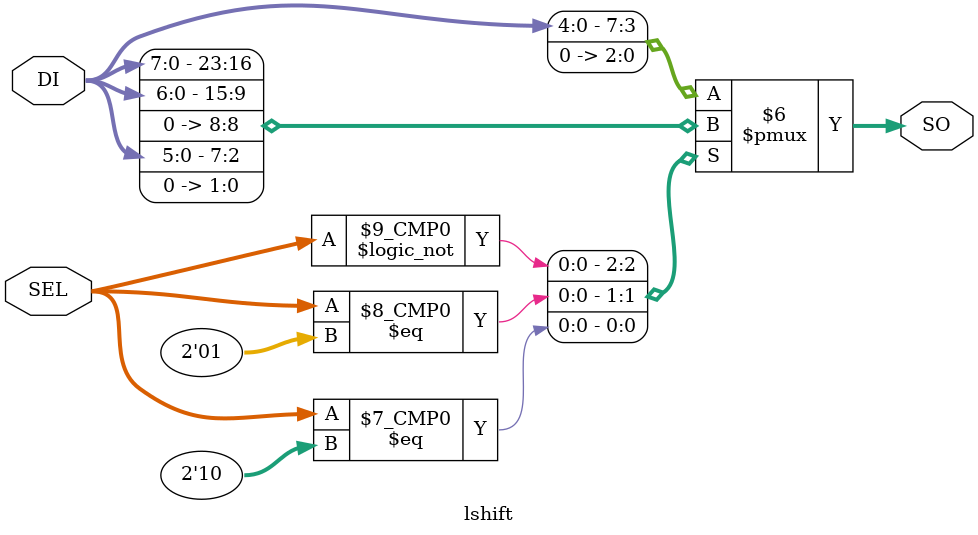
<source format=v>
module lshift (DI, SEL, SO);  
input  [7:0] DI;  
input  [1:0] SEL;  
output [7:0] SO;  
reg    [7:0] SO;  
 
  always @(DI or SEL)  
  begin  
    case (SEL)  
      2'b00   : SO <= DI;  
      2'b01   : SO <= DI << 1;  
      2'b10   : SO <= DI << 2;  
      default : SO <= DI << 3;  
    endcase  
  end  
endmodule 

</source>
